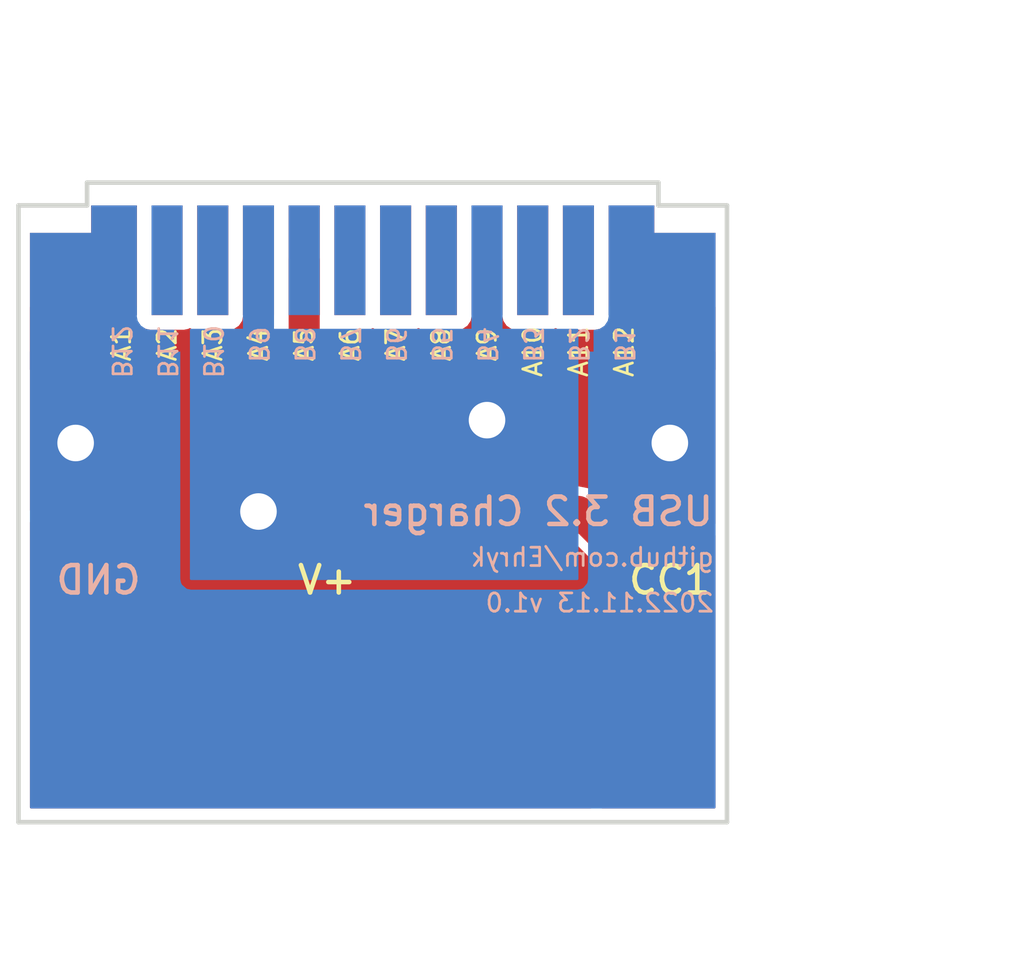
<source format=kicad_pcb>
(kicad_pcb (version 20211014) (generator pcbnew)
  (layers (0 "F.Cu" signal) (31 "B.Cu" signal) (34 "B.Paste" user) (35 "F.Paste" user) (36 "B.SilkS" user "B.Silkscreen") (37 "F.SilkS" user "F.Silkscreen") (38 "B.Mask" user) (39 "F.Mask" user) (44 "Edge.Cuts" user))
  (net 0 "")
  (net 1 "CC1")
  (net 2 "Vbus")
  (net 3 "GND")
  (footprint "Footprints:USB_C_3.2" (layer "F.Cu") (at 149.75 89)
    (fp_text reference "REF**" hide)
    (fp_text value "USB_C_3.2")
    (pad "A1" smd custom (at -2.75 0) (size 0.001 0.001) (layers "F.Cu" "F.Paste" "F.Mask") (net 3 "GND") (options (clearance outline) (anchor rect)) (primitives (gr_poly (pts (xy 0.17 -0.6) (xy 0.17 0.6) (xy -0.17 0.6) (xy -0.17 1.2) (xy -1 1.2) (xy -1 -0.3) (xy -0.33 -0.3) (xy -0.33 -0.6)) (width 0) (fill yes))))
    (pad "A2" smd rect (at -2.25 0) (size 0.34 1.2) (layers "F.Cu" "F.Paste" "F.Mask"))
    (pad "A3" smd rect (at -1.75 0) (size 0.34 1.2) (layers "F.Cu" "F.Paste" "F.Mask"))
    (pad "A4" smd rect (at -1.25 0) (size 0.34 1.2) (layers "F.Cu" "F.Paste" "F.Mask") (net 2 "Vbus"))
    (pad "A5" smd rect (at -0.75 0) (size 0.34 1.2) (layers "F.Cu" "F.Paste" "F.Mask") (net 1 "CC1"))
    (pad "A6" smd rect (at -0.25 0) (size 0.34 1.2) (layers "F.Cu" "F.Paste" "F.Mask"))
    (pad "A7" smd rect (at 0.25 0) (size 0.34 1.2) (layers "F.Cu" "F.Paste" "F.Mask"))
    (pad "A8" smd rect (at 0.75 0) (size 0.34 1.2) (layers "F.Cu" "F.Paste" "F.Mask"))
    (pad "A9" smd rect (at 1.25 0) (size 0.34 1.2) (layers "F.Cu" "F.Paste" "F.Mask") (net 2 "Vbus"))
    (pad "A10" smd rect (at 1.75 0) (size 0.34 1.2) (layers "F.Cu" "F.Paste" "F.Mask"))
    (pad "A11" smd rect (at 2.25 0) (size 0.34 1.2) (layers "F.Cu" "F.Paste" "F.Mask"))
    (pad "A12" smd custom (at 2.75 0) (size 0.001 0.001) (layers "F.Cu" "F.Paste" "F.Mask") (net 3 "GND") (options (clearance outline) (anchor rect)) (primitives (gr_poly (pts (xy -0.17 -0.6) (xy -0.17 0.6) (xy 0.17 0.6) (xy 0.17 1.2) (xy 1 1.2) (xy 1 -0.3) (xy 0.33 -0.3) (xy 0.33 -0.6)) (width 0) (fill yes))))
    (pad "B1" smd custom (at 2.75 0) (size 0.001 0.001) (layers "B.Cu" "B.Paste" "B.Mask") (net 3 "GND") (options (clearance outline) (anchor rect)) (primitives (gr_poly (pts (xy -0.17 -0.6) (xy -0.17 0.6) (xy 0.17 0.6) (xy 0.17 1.2) (xy 1 1.2) (xy 1 -0.3) (xy 0.33 -0.3) (xy 0.33 -0.6)) (width 0) (fill yes))))
    (pad "B2" smd rect (at 2.25 0) (size 0.34 1.2) (layers "B.Cu" "B.Paste" "B.Mask"))
    (pad "B3" smd rect (at 1.75 0) (size 0.34 1.2) (layers "B.Cu" "B.Paste" "B.Mask"))
    (pad "B4" smd rect (at 1.25 0) (size 0.34 1.2) (layers "B.Cu" "B.Paste" "B.Mask") (net 2 "Vbus"))
    (pad "B5" smd rect (at 0.75 0) (size 0.34 1.2) (layers "B.Cu" "B.Paste" "B.Mask"))
    (pad "B6" smd rect (at 0.25 0) (size 0.34 1.2) (layers "B.Cu" "B.Paste" "B.Mask"))
    (pad "B7" smd rect (at -0.25 0) (size 0.34 1.2) (layers "B.Cu" "B.Paste" "B.Mask"))
    (pad "B8" smd rect (at -0.75 0) (size 0.34 1.2) (layers "B.Cu" "B.Paste" "B.Mask"))
    (pad "B9" smd rect (at -1.25 0) (size 0.34 1.2) (layers "B.Cu" "B.Paste" "B.Mask") (net 2 "Vbus"))
    (pad "B10" smd rect (at -1.75 0) (size 0.34 1.2) (layers "B.Cu" "B.Paste" "B.Mask"))
    (pad "B11" smd rect (at -2.25 0) (size 0.34 1.2) (layers "B.Cu" "B.Paste" "B.Mask"))
    (pad "B12" smd custom (at -2.75 0) (size 0.001 0.001) (layers "B.Cu" "B.Paste" "B.Mask") (net 3 "GND") (options (clearance outline) (anchor rect)) (primitives (gr_poly (pts (xy 0.17 -0.6) (xy 0.17 0.6) (xy -0.17 0.6) (xy -0.17 1.2) (xy -1 1.2) (xy -1 -0.3) (xy -0.33 -0.3) (xy -0.33 -0.6)) (width 0) (fill yes))))
  )
  (gr_line (start 145.875 95.15) (end 145.875 88.4) (layer "Edge.Cuts") (width 0.05))
  (gr_line (start 153.625 88.4) (end 153.625 95.15) (layer "Edge.Cuts") (width 0.05))
  (gr_line (start 145.875 88.4) (end 146.625 88.4) (layer "Edge.Cuts") (width 0.05))
  (gr_line (start 153.625 95.15) (end 145.875 95.15) (layer "Edge.Cuts") (width 0.05))
  (gr_line (start 146.625 88.15) (end 152.875 88.15) (layer "Edge.Cuts") (width 0.05))
  (gr_line (start 152.875 88.15) (end 152.875 88.4) (layer "Edge.Cuts") (width 0.05))
  (gr_line (start 152.875 88.4) (end 153.625 88.4) (layer "Edge.Cuts") (width 0.05))
  (gr_line (start 146.625 88.4) (end 146.625 88.15) (layer "Edge.Cuts") (width 0.05))
  (gr_text " B2" (at 152 90 -90) (layer "B.SilkS") (effects (font (size 0.2 0.2) (thickness 0.03)) (justify mirror)))
  (gr_text " B9" (at 148.5 90 -90) (layer "B.SilkS") (effects (font (size 0.2 0.2) (thickness 0.03)) (justify mirror)))
  (gr_text "GND" (at 146.75 92.5) (layer "B.SilkS") (effects (font (size 0.3 0.3) (thickness 0.05)) (justify mirror)))
  (gr_text " B1" (at 152.5 90 -90) (layer "B.SilkS") (effects (font (size 0.2 0.2) (thickness 0.03)) (justify mirror)))
  (gr_text " B6" (at 150 90 -90) (layer "B.SilkS") (effects (font (size 0.2 0.2) (thickness 0.03)) (justify mirror)))
  (gr_text " B3" (at 151.5 90 -90) (layer "B.SilkS") (effects (font (size 0.2 0.2) (thickness 0.03)) (justify mirror)))
  (gr_text "2022.11.13 v1.0" (at 153.5 92.75) (layer "B.SilkS") (effects (font (size 0.2 0.2) (thickness 0.03)) (justify left mirror)))
  (gr_text "B11" (at 147.5 90 -90) (layer "B.SilkS") (effects (font (size 0.2 0.2) (thickness 0.03)) (justify mirror)))
  (gr_text " B5" (at 150.5 90 -90) (layer "B.SilkS") (effects (font (size 0.2 0.2) (thickness 0.03)) (justify mirror)))
  (gr_text "B10" (at 148 90 -90) (layer "B.SilkS") (effects (font (size 0.2 0.2) (thickness 0.03)) (justify mirror)))
  (gr_text "B12" (at 147 90 -90) (layer "B.SilkS") (effects (font (size 0.2 0.2) (thickness 0.03)) (justify mirror)))
  (gr_text "USB 3.2 Charger" (at 153.5 91.75) (layer "B.SilkS") (effects (font (size 0.3 0.3) (thickness 0.05)) (justify left mirror)))
  (gr_text " B8" (at 149 90 -90) (layer "B.SilkS") (effects (font (size 0.2 0.2) (thickness 0.03)) (justify mirror)))
  (gr_text " B7" (at 149.5 90 -90) (layer "B.SilkS") (effects (font (size 0.2 0.2) (thickness 0.03)) (justify mirror)))
  (gr_text " B4" (at 151 90 -90) (layer "B.SilkS") (effects (font (size 0.2 0.2) (thickness 0.03)) (justify mirror)))
  (gr_text "github.com/Ehryk" (at 153.5 92.25) (layer "B.SilkS") (effects (font (size 0.2 0.2) (thickness 0.03)) (justify left mirror)))
  (gr_text " A5" (at 149 90 90) (layer "F.SilkS") (effects (font (size 0.2 0.2) (thickness 0.03))))
  (gr_text " A9" (at 151 90 90) (layer "F.SilkS") (effects (font (size 0.2 0.2) (thickness 0.03))))
  (gr_text " A8" (at 150.5 90 90) (layer "F.SilkS") (effects (font (size 0.2 0.2) (thickness 0.03))))
  (gr_text " A7" (at 150 90 90) (layer "F.SilkS") (effects (font (size 0.2 0.2) (thickness 0.03))))
  (gr_text " A2" (at 147.5 90 90) (layer "F.SilkS") (effects (font (size 0.2 0.2) (thickness 0.03))))
  (gr_text "A10" (at 151.5 90 90) (layer "F.SilkS") (effects (font (size 0.2 0.2) (thickness 0.03))))
  (gr_text " A6" (at 149.5 90 90) (layer "F.SilkS") (effects (font (size 0.2 0.2) (thickness 0.03))))
  (gr_text " A3" (at 148 90 90) (layer "F.SilkS") (effects (font (size 0.2 0.2) (thickness 0.03))))
  (gr_text "V+" (at 149.25 92.5) (layer "F.SilkS") (effects (font (size 0.3 0.3) (thickness 0.05))))
  (gr_text " A1" (at 147 90 90) (layer "F.SilkS") (effects (font (size 0.2 0.2) (thickness 0.03))))
  (gr_text "A11" (at 152 90 90) (layer "F.SilkS") (effects (font (size 0.2 0.2) (thickness 0.03))))
  (gr_text "A12" (at 152.5 90 90) (layer "F.SilkS") (effects (font (size 0.2 0.2) (thickness 0.03))))
  (gr_text " A4" (at 148.5 90 90) (layer "F.SilkS") (effects (font (size 0.2 0.2) (thickness 0.03))))
  (gr_text "CC1" (at 153 92.5) (layer "F.SilkS") (effects (font (size 0.3 0.3) (thickness 0.05))))
  (segment (start 149 90.75) (end 149 89) (width 0.34) (layer "F.Cu") (net 1))
  (segment (start 153.25 92.25) (end 153.25 93.25) (width 0.34) (layer "F.Cu") (net 1))
  (segment (start 152.5 92.25) (end 152 91.75) (width 0.34) (layer "F.Cu") (net 1))
  (segment (start 152 91.75) (end 150 91.75) (width 0.34) (layer "F.Cu") (net 1))
  (segment (start 153.25 92.25) (end 152.5 92.25) (width 0.34) (layer "F.Cu") (net 1))
  (segment (start 150 91.75) (end 149 90.75) (width 0.34) (layer "F.Cu") (net 1))
  (segment (start 148.5 91.75) (end 148.5 93.75) (width 0.25) (layer "F.Cu") (net 2))
  (via (at 151 90.75) (size 0.8) (drill 0.4) (layers "F.Cu" "B.Cu") (net 2))
  (via (at 148.5 91.75) (size 0.8) (drill 0.4) (layers "F.Cu" "B.Cu") (net 2))
  (segment (start 150 91.75) (end 151 90.75) (width 0.25) (layer "B.Cu") (net 2))
  (segment (start 148.5 89) (end 148.5 91.75) (width 0.34) (layer "B.Cu") (net 2))
  (segment (start 151 89) (end 151 90.75) (width 0.34) (layer "B.Cu") (net 2))
  (segment (start 148.5 91.75) (end 150 91.75) (width 0.25) (layer "B.Cu") (net 2))
  (segment (start 146.5 89.5) (end 147 89) (width 0.25) (layer "F.Cu") (net 3))
  (segment (start 146.5 91) (end 146.5 89.5) (width 0.25) (layer "F.Cu") (net 3))
  (segment (start 153 89.5) (end 152.5 89) (width 0.25) (layer "F.Cu") (net 3))
  (segment (start 153 91) (end 153 89.5) (width 0.25) (layer "F.Cu") (net 3))
  (via (at 146.5 91) (size 0.8) (drill 0.4) (layers "F.Cu" "B.Cu") (net 3))
  (via (at 153 91) (size 0.8) (drill 0.4) (layers "F.Cu" "B.Cu") (net 3))
  (zone (net 1) (net_name "CC1") (layer "F.Cu") (name "CC1") (priority 1) (connect_pads (clearance 0.1)) (min_thickness 0.026) (fill yes (thermal_gap 0.508) (thermal_bridge_width 0.508))
    (polygon (pts (xy 153.5 95) (xy 152.25 95) (xy 152.25 93) (xy 153.5 93)))
  )
  (zone (net 2) (net_name "Vbus") (layer "F.Cu") (name "CC1") (connect_pads (clearance 0)) (min_thickness 0.026) (fill yes (thermal_gap 0.508) (thermal_bridge_width 0.508))
    (polygon (pts (xy 153.5 95) (xy 146 95) (xy 146 90) (xy 153.5 90)))
  )
  (zone (net 1) (net_name "CC1") (layer "F.Cu") (priority 2) (connect_pads yes (clearance 0)) (min_thickness 0.0254) (fill yes (thermal_gap 0.508) (thermal_bridge_width 0.508))
    (polygon (pts (xy 153.5 93.25) (xy 153.25 93.25) (xy 153.25 92.25) (xy 152.5 92.25) (xy 152.25 92) (xy 153.5 92)))
  )
  (zone (net 2) (net_name "Vbus") (layer "F.Cu") (name "CC1") (connect_pads (clearance 0.16)) (min_thickness 0.026) (fill yes (thermal_gap 0.508) (thermal_bridge_width 0.508))
    (polygon (pts (xy 153.5 90.25) (xy 146 90.25) (xy 146 89) (xy 153.5 89)))
  )
  (zone (net 3) (net_name "GND") (layer "F.Cu") (name "CC1") (priority 1) (connect_pads (clearance 0)) (min_thickness 0.026) (fill yes (thermal_gap 0.508) (thermal_bridge_width 0.508))
    (polygon (pts (xy 147 91.75) (xy 146 91.75) (xy 146 89.5) (xy 147 89.5)))
  )
  (zone (net 3) (net_name "GND") (layer "F.Cu") (name "CC1") (priority 1) (connect_pads (clearance 0)) (min_thickness 0.026) (fill yes (thermal_gap 0.508) (thermal_bridge_width 0.508))
    (polygon (pts (xy 153.5 92) (xy 153.5 92.25) (xy 152.5 92) (xy 152.5 89.5) (xy 153.5 89.5)))
  )
  (zone (net 3) (net_name "GND") (layer "B.Cu") (name "CC1") (connect_pads (clearance 0.16)) (min_thickness 0.026) (fill yes (thermal_gap 0.508) (thermal_bridge_width 0.508))
    (polygon (pts (xy 153.5 90.5) (xy 146 90.5) (xy 146 89.5) (xy 153.5 89.5)))
  )
  (zone (net 2) (net_name "Vbus") (layer "B.Cu") (name "CC1") (priority 1) (connect_pads (clearance 0.1)) (min_thickness 0.026) (fill yes (thermal_gap 0.508) (thermal_bridge_width 0.508))
    (polygon (pts (xy 152 92.5) (xy 147.75 92.5) (xy 147.75 89.75) (xy 152 89.75)))
  )
  (zone (net 3) (net_name "GND") (layer "B.Cu") (name "CC1") (connect_pads (clearance 0)) (min_thickness 0.026) (fill yes (thermal_gap 0.508) (thermal_bridge_width 0.508))
    (polygon (pts (xy 153.5 95) (xy 146 95) (xy 146 90) (xy 153.5 90)))
  )
)
</source>
